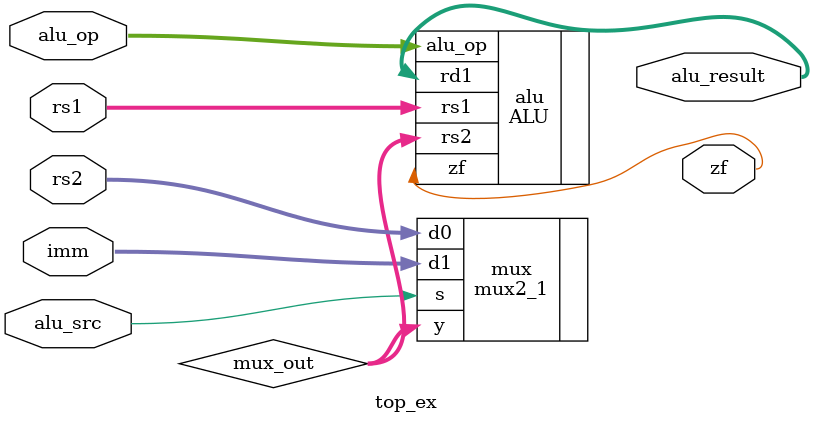
<source format=sv>
module top_ex(
    input logic [3:0] alu_op,        // ALU operation selector
    input logic [31:0] rs1, rs2,     // Source registers from RegFile
    input logic [31:0] imm,          // Immediate value from Decode stage
    input logic alu_src,             // Control signal to select rs2 or imm
    output logic [31:0] alu_result,  // ALU result
    output logic zf           // Zero flag
);

    // Wire to hold the MUX output
    wire [31:0] mux_out;

    // MUX to select between rs2 and imm
    mux2_1 mux (
        .d0(rs2), 
        .d1(imm), 
        .s(alu_src), 
        .y(mux_out)
    );

    // ALU instance for operations
    ALU alu (
        .alu_op(alu_op), 
        .rs1(rs1), 
        .rs2(mux_out), 
        .rd1(alu_result), 
        .zf(zf)
    );

endmodule

</source>
